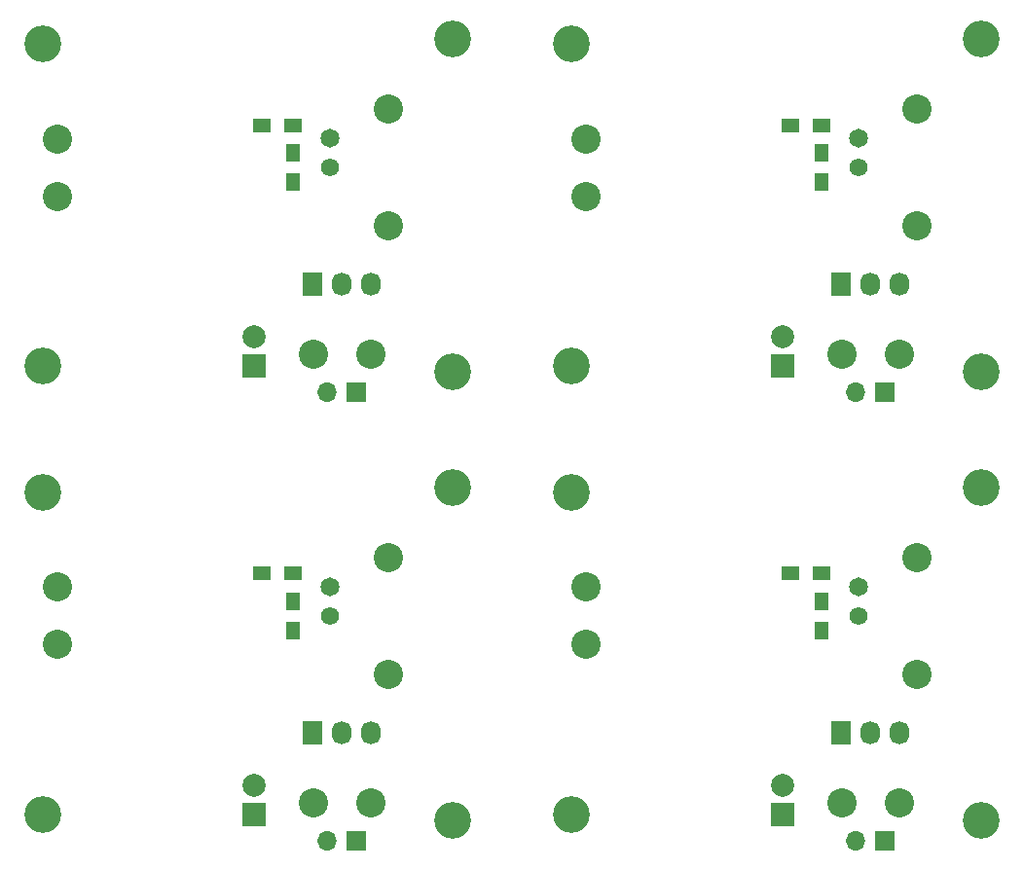
<source format=gbs>
%MOIN*%
%OFA0B0*%
%FSLAX46Y46*%
%IPPOS*%
%LPD*%
%ADD10C,0.12598425196850396*%
%ADD11R,0.049212598425196853X0.059055118110236227*%
%ADD12R,0.059055118110236227X0.051181102362204731*%
%ADD13C,0.1*%
%ADD14R,0.07874015748031496X0.07874015748031496*%
%ADD15C,0.07874015748031496*%
%ADD16C,0.062*%
%ADD17C,0.065*%
%ADD18R,0.068X0.08*%
%ADD19O,0.068X0.08*%
%ADD20R,0.066929133858267723X0.066929133858267723*%
%ADD21O,0.066929133858267723X0.066929133858267723*%
%ADD32C,0.12598425196850396*%
%ADD33R,0.049212598425196853X0.059055118110236227*%
%ADD34R,0.059055118110236227X0.051181102362204731*%
%ADD35C,0.1*%
%ADD36R,0.07874015748031496X0.07874015748031496*%
%ADD37C,0.07874015748031496*%
%ADD38C,0.062*%
%ADD39C,0.065*%
%ADD40R,0.068X0.08*%
%ADD41O,0.068X0.08*%
%ADD42R,0.066929133858267723X0.066929133858267723*%
%ADD43O,0.066929133858267723X0.066929133858267723*%
%ADD44C,0.12598425196850396*%
%ADD45R,0.049212598425196853X0.059055118110236227*%
%ADD46R,0.059055118110236227X0.051181102362204731*%
%ADD47C,0.1*%
%ADD48R,0.07874015748031496X0.07874015748031496*%
%ADD49C,0.07874015748031496*%
%ADD50C,0.062*%
%ADD51C,0.065*%
%ADD52R,0.068X0.08*%
%ADD53O,0.068X0.08*%
%ADD54R,0.066929133858267723X0.066929133858267723*%
%ADD55O,0.066929133858267723X0.066929133858267723*%
%ADD56C,0.12598425196850396*%
%ADD57R,0.049212598425196853X0.059055118110236227*%
%ADD58R,0.059055118110236227X0.051181102362204731*%
%ADD59C,0.1*%
%ADD60R,0.07874015748031496X0.07874015748031496*%
%ADD61C,0.07874015748031496*%
%ADD62C,0.062*%
%ADD63C,0.065*%
%ADD64R,0.068X0.08*%
%ADD65O,0.068X0.08*%
%ADD66R,0.066929133858267723X0.066929133858267723*%
%ADD67O,0.066929133858267723X0.066929133858267723*%
G01*
D10*
X0000000000Y0001417322D02*
X0001560000Y0000137322D03*
D11*
X0001013779Y0000787401D03*
X0001013779Y0000885826D03*
D12*
X0000906850Y0000982322D03*
X0001013149Y0000982322D03*
D13*
X0001280000Y0000197322D03*
X0001083149Y0000197322D03*
X0000206299Y0000738503D03*
X0000206299Y0000935354D03*
D14*
X0000880000Y0000157322D03*
D15*
X0000880000Y0000257322D03*
D16*
X0001140000Y0000837322D03*
D17*
X0001140000Y0000937322D03*
D13*
X0001340000Y0001037322D03*
X0001340000Y0000637322D03*
D18*
X0001080000Y0000437322D03*
D19*
X0001180000Y0000437322D03*
X0001280000Y0000437322D03*
D10*
X0000157480Y0000157480D03*
X0001560000Y0001277322D03*
X0000157480Y0001259842D03*
D20*
X0001230000Y0000067322D03*
D21*
X0001130000Y0000067322D03*
G04 next file*
G04 #@! TF.GenerationSoftware,KiCad,Pcbnew,(5.1.10)-1*
G04 #@! TF.CreationDate,2022-01-17T16:42:43-05:00*
G04 #@! TF.ProjectId,DiffProbe,44696666-5072-46f6-9265-2e6b69636164,X1*
G04 #@! TF.SameCoordinates,Original*
G04 #@! TF.FileFunction,Soldermask,Bot*
G04 #@! TF.FilePolarity,Negative*
G04 Gerber Fmt 4.6, Leading zero omitted, Abs format (unit mm)*
G04 Created by KiCad (PCBNEW (5.1.10)-1) date 2022-01-17 16:42:43*
G01*
G04 APERTURE LIST*
G04 APERTURE END LIST*
D32*
X0001811023Y0001417322D02*
X0003371023Y0000137322D03*
D33*
X0002824803Y0000787401D03*
X0002824803Y0000885826D03*
D34*
X0002717873Y0000982322D03*
X0002824173Y0000982322D03*
D35*
X0003091023Y0000197322D03*
X0002894173Y0000197322D03*
X0002017322Y0000738503D03*
X0002017322Y0000935354D03*
D36*
X0002691023Y0000157322D03*
D37*
X0002691023Y0000257322D03*
D38*
X0002951023Y0000837322D03*
D39*
X0002951023Y0000937322D03*
D35*
X0003151023Y0001037322D03*
X0003151023Y0000637322D03*
D40*
X0002891023Y0000437322D03*
D41*
X0002991023Y0000437322D03*
X0003091023Y0000437322D03*
D32*
X0001968503Y0000157480D03*
X0003371023Y0001277322D03*
X0001968503Y0001259842D03*
D42*
X0003041023Y0000067322D03*
D43*
X0002941023Y0000067322D03*
G04 next file*
G04 #@! TF.GenerationSoftware,KiCad,Pcbnew,(5.1.10)-1*
G04 #@! TF.CreationDate,2022-01-17T16:42:43-05:00*
G04 #@! TF.ProjectId,DiffProbe,44696666-5072-46f6-9265-2e6b69636164,X1*
G04 #@! TF.SameCoordinates,Original*
G04 #@! TF.FileFunction,Soldermask,Bot*
G04 #@! TF.FilePolarity,Negative*
G04 Gerber Fmt 4.6, Leading zero omitted, Abs format (unit mm)*
G04 Created by KiCad (PCBNEW (5.1.10)-1) date 2022-01-17 16:42:43*
G01*
G04 APERTURE LIST*
G04 APERTURE END LIST*
D44*
X0000000000Y0002952755D02*
X0001560000Y0001672755D03*
D45*
X0001013779Y0002322834D03*
X0001013779Y0002421259D03*
D46*
X0000906850Y0002517755D03*
X0001013149Y0002517755D03*
D47*
X0001280000Y0001732755D03*
X0001083149Y0001732755D03*
X0000206299Y0002273936D03*
X0000206299Y0002470787D03*
D48*
X0000880000Y0001692755D03*
D49*
X0000880000Y0001792755D03*
D50*
X0001140000Y0002372755D03*
D51*
X0001140000Y0002472755D03*
D47*
X0001340000Y0002572755D03*
X0001340000Y0002172755D03*
D52*
X0001080000Y0001972755D03*
D53*
X0001180000Y0001972755D03*
X0001280000Y0001972755D03*
D44*
X0000157480Y0001692913D03*
X0001560000Y0002812755D03*
X0000157480Y0002795275D03*
D54*
X0001230000Y0001602755D03*
D55*
X0001130000Y0001602755D03*
G04 next file*
G04 #@! TF.GenerationSoftware,KiCad,Pcbnew,(5.1.10)-1*
G04 #@! TF.CreationDate,2022-01-17T16:42:43-05:00*
G04 #@! TF.ProjectId,DiffProbe,44696666-5072-46f6-9265-2e6b69636164,X1*
G04 #@! TF.SameCoordinates,Original*
G04 #@! TF.FileFunction,Soldermask,Bot*
G04 #@! TF.FilePolarity,Negative*
G04 Gerber Fmt 4.6, Leading zero omitted, Abs format (unit mm)*
G04 Created by KiCad (PCBNEW (5.1.10)-1) date 2022-01-17 16:42:43*
G01*
G04 APERTURE LIST*
G04 APERTURE END LIST*
D56*
X0001811023Y0002952755D02*
X0003371023Y0001672755D03*
D57*
X0002824803Y0002322834D03*
X0002824803Y0002421259D03*
D58*
X0002717873Y0002517755D03*
X0002824173Y0002517755D03*
D59*
X0003091023Y0001732755D03*
X0002894173Y0001732755D03*
X0002017322Y0002273936D03*
X0002017322Y0002470787D03*
D60*
X0002691023Y0001692755D03*
D61*
X0002691023Y0001792755D03*
D62*
X0002951023Y0002372755D03*
D63*
X0002951023Y0002472755D03*
D59*
X0003151023Y0002572755D03*
X0003151023Y0002172755D03*
D64*
X0002891023Y0001972755D03*
D65*
X0002991023Y0001972755D03*
X0003091023Y0001972755D03*
D56*
X0001968503Y0001692913D03*
X0003371023Y0002812755D03*
X0001968503Y0002795275D03*
D66*
X0003041023Y0001602755D03*
D67*
X0002941023Y0001602755D03*
M02*
</source>
